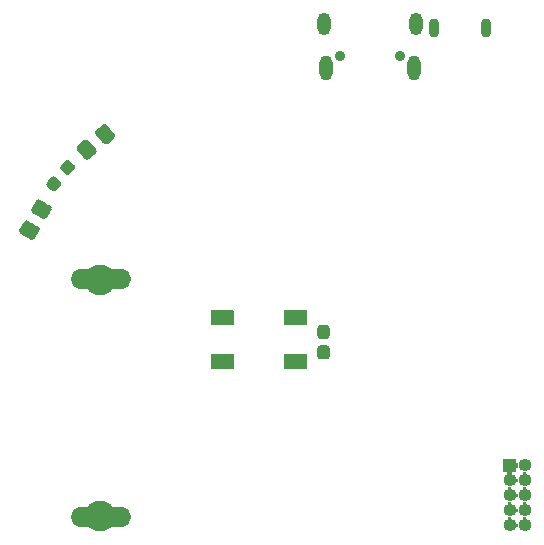
<source format=gbr>
G04 #@! TF.GenerationSoftware,KiCad,Pcbnew,(5.1.10-1-10_14)*
G04 #@! TF.CreationDate,2021-06-27T23:26:48+08:00*
G04 #@! TF.ProjectId,mops-out,6d6f7073-2d6f-4757-942e-6b696361645f,rev?*
G04 #@! TF.SameCoordinates,Original*
G04 #@! TF.FileFunction,Soldermask,Bot*
G04 #@! TF.FilePolarity,Negative*
%FSLAX46Y46*%
G04 Gerber Fmt 4.6, Leading zero omitted, Abs format (unit mm)*
G04 Created by KiCad (PCBNEW (5.1.10-1-10_14)) date 2021-06-27 23:26:48*
%MOMM*%
%LPD*%
G01*
G04 APERTURE LIST*
%ADD10O,1.102000X1.102000*%
%ADD11C,2.601995*%
%ADD12O,5.101990X1.701997*%
%ADD13C,0.902000*%
%ADD14O,1.102000X1.902000*%
%ADD15O,1.102000X2.102000*%
%ADD16O,0.864000X1.626000*%
%ADD17C,0.100000*%
G04 APERTURE END LIST*
G36*
G01*
X148663840Y-86164040D02*
X148663840Y-85164040D01*
G75*
G02*
X148714840Y-85113040I51000J0D01*
G01*
X149714840Y-85113040D01*
G75*
G02*
X149765840Y-85164040I0J-51000D01*
G01*
X149765840Y-86164040D01*
G75*
G02*
X149714840Y-86215040I-51000J0D01*
G01*
X148714840Y-86215040D01*
G75*
G02*
X148663840Y-86164040I0J51000D01*
G01*
G37*
D10*
X150484840Y-85664040D03*
X150484840Y-86934040D03*
X149214840Y-86934040D03*
X150484840Y-88204040D03*
X149214840Y-88204040D03*
X150484840Y-89474040D03*
X149214840Y-89474040D03*
X150484840Y-90744040D03*
X149214840Y-90744040D03*
D11*
X114523520Y-89933780D03*
X114523520Y-69933820D03*
D12*
X114599720Y-90055700D03*
X114599720Y-69832164D03*
D13*
X134900000Y-51000000D03*
X139900000Y-51000000D03*
D14*
X133525000Y-48250000D03*
X141275000Y-48250000D03*
D15*
X133675000Y-52050000D03*
X141125000Y-52050000D03*
G36*
G01*
X110768127Y-61247448D02*
X111171067Y-61585554D01*
G75*
G02*
X111203484Y-61956077I-169053J-201470D01*
G01*
X110849308Y-62378167D01*
G75*
G02*
X110478785Y-62410584I-201470J169053D01*
G01*
X110075845Y-62072478D01*
G75*
G02*
X110043428Y-61701955I169053J201470D01*
G01*
X110397604Y-61279865D01*
G75*
G02*
X110768127Y-61247448I201470J-169053D01*
G01*
G37*
G36*
G01*
X111941215Y-59849416D02*
X112344155Y-60187522D01*
G75*
G02*
X112376572Y-60558045I-169053J-201470D01*
G01*
X112022396Y-60980135D01*
G75*
G02*
X111651873Y-61012552I-201470J169053D01*
G01*
X111248933Y-60674446D01*
G75*
G02*
X111216516Y-60303923I169053J201470D01*
G01*
X111570692Y-59881833D01*
G75*
G02*
X111941215Y-59849416I201470J-169053D01*
G01*
G37*
G36*
G01*
X113567706Y-58154864D02*
X114183276Y-58888471D01*
G75*
G02*
X114149729Y-59271916I-208496J-174949D01*
G01*
X113607633Y-59726789D01*
G75*
G02*
X113224188Y-59693242I-174949J208496D01*
G01*
X112608618Y-58959635D01*
G75*
G02*
X112642165Y-58576190I208496J174949D01*
G01*
X113184261Y-58121317D01*
G75*
G02*
X113567706Y-58154864I174949J-208496D01*
G01*
G37*
G36*
G01*
X115138098Y-56837150D02*
X115753668Y-57570757D01*
G75*
G02*
X115720121Y-57954202I-208496J-174949D01*
G01*
X115178025Y-58409075D01*
G75*
G02*
X114794580Y-58375528I-174949J208496D01*
G01*
X114179010Y-57641921D01*
G75*
G02*
X114212557Y-57258476I208496J174949D01*
G01*
X114754653Y-56803603D01*
G75*
G02*
X115138098Y-56837150I174949J-208496D01*
G01*
G37*
G36*
G01*
X130149072Y-73749939D02*
X130149072Y-72550043D01*
G75*
G02*
X130200072Y-72499043I51000J0D01*
G01*
X132000068Y-72499043D01*
G75*
G02*
X132051068Y-72550043I0J-51000D01*
G01*
X132051068Y-73749939D01*
G75*
G02*
X132000068Y-73800939I-51000J0D01*
G01*
X130200072Y-73800939D01*
G75*
G02*
X130149072Y-73749939I0J51000D01*
G01*
G37*
G36*
G01*
X130149072Y-77449957D02*
X130149072Y-76250061D01*
G75*
G02*
X130200072Y-76199061I51000J0D01*
G01*
X132000068Y-76199061D01*
G75*
G02*
X132051068Y-76250061I0J-51000D01*
G01*
X132051068Y-77449957D01*
G75*
G02*
X132000068Y-77500957I-51000J0D01*
G01*
X130200072Y-77500957D01*
G75*
G02*
X130149072Y-77449957I0J51000D01*
G01*
G37*
G36*
G01*
X123948932Y-73749939D02*
X123948932Y-72550043D01*
G75*
G02*
X123999932Y-72499043I51000J0D01*
G01*
X125799928Y-72499043D01*
G75*
G02*
X125850928Y-72550043I0J-51000D01*
G01*
X125850928Y-73749939D01*
G75*
G02*
X125799928Y-73800939I-51000J0D01*
G01*
X123999932Y-73800939D01*
G75*
G02*
X123948932Y-73749939I0J51000D01*
G01*
G37*
G36*
G01*
X123948932Y-77449957D02*
X123948932Y-76250061D01*
G75*
G02*
X123999932Y-76199061I51000J0D01*
G01*
X125799928Y-76199061D01*
G75*
G02*
X125850928Y-76250061I0J-51000D01*
G01*
X125850928Y-77449957D01*
G75*
G02*
X125799928Y-77500957I-51000J0D01*
G01*
X123999932Y-77500957D01*
G75*
G02*
X123948932Y-77449957I0J51000D01*
G01*
G37*
G36*
G01*
X109674177Y-64753870D02*
X108844823Y-64275042D01*
G75*
G02*
X108745201Y-63903248I136086J235708D01*
G01*
X109099029Y-63290400D01*
G75*
G02*
X109470823Y-63190778I235708J-136086D01*
G01*
X110300177Y-63669606D01*
G75*
G02*
X110399799Y-64041400I-136086J-235708D01*
G01*
X110045971Y-64654248D01*
G75*
G02*
X109674177Y-64753870I-235708J136086D01*
G01*
G37*
G36*
G01*
X108649177Y-66529222D02*
X107819823Y-66050394D01*
G75*
G02*
X107720201Y-65678600I136086J235708D01*
G01*
X108074029Y-65065752D01*
G75*
G02*
X108445823Y-64966130I235708J-136086D01*
G01*
X109275177Y-65444958D01*
G75*
G02*
X109374799Y-65816752I-136086J-235708D01*
G01*
X109020971Y-66429600D01*
G75*
G02*
X108649177Y-66529222I-235708J136086D01*
G01*
G37*
G36*
G01*
X133196220Y-75498640D02*
X133722220Y-75498640D01*
G75*
G02*
X133985220Y-75761640I0J-263000D01*
G01*
X133985220Y-76412640D01*
G75*
G02*
X133722220Y-76675640I-263000J0D01*
G01*
X133196220Y-76675640D01*
G75*
G02*
X132933220Y-76412640I0J263000D01*
G01*
X132933220Y-75761640D01*
G75*
G02*
X133196220Y-75498640I263000J0D01*
G01*
G37*
G36*
G01*
X133196220Y-73773640D02*
X133722220Y-73773640D01*
G75*
G02*
X133985220Y-74036640I0J-263000D01*
G01*
X133985220Y-74687640D01*
G75*
G02*
X133722220Y-74950640I-263000J0D01*
G01*
X133196220Y-74950640D01*
G75*
G02*
X132933220Y-74687640I0J263000D01*
G01*
X132933220Y-74036640D01*
G75*
G02*
X133196220Y-73773640I263000J0D01*
G01*
G37*
D16*
X142800106Y-48600000D03*
X147199894Y-48600000D03*
D17*
G36*
X149964127Y-90571296D02*
G01*
X149964277Y-90573117D01*
X149959490Y-90584675D01*
X149938493Y-90690232D01*
X149938493Y-90797848D01*
X149959490Y-90903405D01*
X149964277Y-90914963D01*
X149964016Y-90916946D01*
X149962168Y-90917711D01*
X149960665Y-90916671D01*
X149952102Y-90900649D01*
X149936807Y-90882012D01*
X149918170Y-90866717D01*
X149896906Y-90855352D01*
X149873831Y-90848352D01*
X149849840Y-90845989D01*
X149825849Y-90848352D01*
X149802774Y-90855352D01*
X149781510Y-90866717D01*
X149762873Y-90882012D01*
X149747578Y-90900649D01*
X149739015Y-90916671D01*
X149737316Y-90917727D01*
X149735553Y-90916784D01*
X149735403Y-90914963D01*
X149740190Y-90903405D01*
X149761187Y-90797848D01*
X149761187Y-90690232D01*
X149740190Y-90584675D01*
X149735403Y-90573117D01*
X149735664Y-90571134D01*
X149737512Y-90570369D01*
X149739015Y-90571409D01*
X149747578Y-90587431D01*
X149762873Y-90606068D01*
X149781510Y-90621363D01*
X149802774Y-90632728D01*
X149825849Y-90639728D01*
X149849840Y-90642091D01*
X149873831Y-90639728D01*
X149896906Y-90632728D01*
X149918170Y-90621363D01*
X149936807Y-90606068D01*
X149952102Y-90587431D01*
X149960665Y-90571409D01*
X149962364Y-90570353D01*
X149964127Y-90571296D01*
G37*
G36*
X150657746Y-89994864D02*
G01*
X150658511Y-89996712D01*
X150657471Y-89998215D01*
X150641449Y-90006778D01*
X150622812Y-90022073D01*
X150607517Y-90040710D01*
X150596152Y-90061974D01*
X150589152Y-90085049D01*
X150586789Y-90109040D01*
X150589152Y-90133031D01*
X150596152Y-90156106D01*
X150607517Y-90177370D01*
X150622812Y-90196007D01*
X150641449Y-90211302D01*
X150657471Y-90219865D01*
X150658527Y-90221564D01*
X150657584Y-90223327D01*
X150655763Y-90223477D01*
X150644205Y-90218690D01*
X150538648Y-90197693D01*
X150431032Y-90197693D01*
X150325475Y-90218690D01*
X150313917Y-90223477D01*
X150311934Y-90223216D01*
X150311169Y-90221368D01*
X150312209Y-90219865D01*
X150328231Y-90211302D01*
X150346868Y-90196007D01*
X150362163Y-90177370D01*
X150373528Y-90156106D01*
X150380528Y-90133031D01*
X150382891Y-90109040D01*
X150380528Y-90085049D01*
X150373528Y-90061974D01*
X150362163Y-90040710D01*
X150346868Y-90022073D01*
X150328231Y-90006778D01*
X150312209Y-89998215D01*
X150311153Y-89996516D01*
X150312096Y-89994753D01*
X150313917Y-89994603D01*
X150325475Y-89999390D01*
X150431032Y-90020387D01*
X150538648Y-90020387D01*
X150644205Y-89999390D01*
X150655763Y-89994603D01*
X150657746Y-89994864D01*
G37*
G36*
X149387746Y-89994864D02*
G01*
X149388511Y-89996712D01*
X149387471Y-89998215D01*
X149371449Y-90006778D01*
X149352812Y-90022073D01*
X149337517Y-90040710D01*
X149326152Y-90061974D01*
X149319152Y-90085049D01*
X149316789Y-90109040D01*
X149319152Y-90133031D01*
X149326152Y-90156106D01*
X149337517Y-90177370D01*
X149352812Y-90196007D01*
X149371449Y-90211302D01*
X149387471Y-90219865D01*
X149388527Y-90221564D01*
X149387584Y-90223327D01*
X149385763Y-90223477D01*
X149374205Y-90218690D01*
X149268648Y-90197693D01*
X149161032Y-90197693D01*
X149055475Y-90218690D01*
X149043917Y-90223477D01*
X149041934Y-90223216D01*
X149041169Y-90221368D01*
X149042209Y-90219865D01*
X149058231Y-90211302D01*
X149076868Y-90196007D01*
X149092163Y-90177370D01*
X149103528Y-90156106D01*
X149110528Y-90133031D01*
X149112891Y-90109040D01*
X149110528Y-90085049D01*
X149103528Y-90061974D01*
X149092163Y-90040710D01*
X149076868Y-90022073D01*
X149058231Y-90006778D01*
X149042209Y-89998215D01*
X149041153Y-89996516D01*
X149042096Y-89994753D01*
X149043917Y-89994603D01*
X149055475Y-89999390D01*
X149161032Y-90020387D01*
X149268648Y-90020387D01*
X149374205Y-89999390D01*
X149385763Y-89994603D01*
X149387746Y-89994864D01*
G37*
G36*
X149964127Y-89301296D02*
G01*
X149964277Y-89303117D01*
X149959490Y-89314675D01*
X149938493Y-89420232D01*
X149938493Y-89527848D01*
X149959490Y-89633405D01*
X149964277Y-89644963D01*
X149964016Y-89646946D01*
X149962168Y-89647711D01*
X149960665Y-89646671D01*
X149952102Y-89630649D01*
X149936807Y-89612012D01*
X149918170Y-89596717D01*
X149896906Y-89585352D01*
X149873831Y-89578352D01*
X149849840Y-89575989D01*
X149825849Y-89578352D01*
X149802774Y-89585352D01*
X149781510Y-89596717D01*
X149762873Y-89612012D01*
X149747578Y-89630649D01*
X149739015Y-89646671D01*
X149737316Y-89647727D01*
X149735553Y-89646784D01*
X149735403Y-89644963D01*
X149740190Y-89633405D01*
X149761187Y-89527848D01*
X149761187Y-89420232D01*
X149740190Y-89314675D01*
X149735403Y-89303117D01*
X149735664Y-89301134D01*
X149737512Y-89300369D01*
X149739015Y-89301409D01*
X149747578Y-89317431D01*
X149762873Y-89336068D01*
X149781510Y-89351363D01*
X149802774Y-89362728D01*
X149825849Y-89369728D01*
X149849840Y-89372091D01*
X149873831Y-89369728D01*
X149896906Y-89362728D01*
X149918170Y-89351363D01*
X149936807Y-89336068D01*
X149952102Y-89317431D01*
X149960665Y-89301409D01*
X149962364Y-89300353D01*
X149964127Y-89301296D01*
G37*
G36*
X150657746Y-88724864D02*
G01*
X150658511Y-88726712D01*
X150657471Y-88728215D01*
X150641449Y-88736778D01*
X150622812Y-88752073D01*
X150607517Y-88770710D01*
X150596152Y-88791974D01*
X150589152Y-88815049D01*
X150586789Y-88839040D01*
X150589152Y-88863031D01*
X150596152Y-88886106D01*
X150607517Y-88907370D01*
X150622812Y-88926007D01*
X150641449Y-88941302D01*
X150657471Y-88949865D01*
X150658527Y-88951564D01*
X150657584Y-88953327D01*
X150655763Y-88953477D01*
X150644205Y-88948690D01*
X150538648Y-88927693D01*
X150431032Y-88927693D01*
X150325475Y-88948690D01*
X150313917Y-88953477D01*
X150311934Y-88953216D01*
X150311169Y-88951368D01*
X150312209Y-88949865D01*
X150328231Y-88941302D01*
X150346868Y-88926007D01*
X150362163Y-88907370D01*
X150373528Y-88886106D01*
X150380528Y-88863031D01*
X150382891Y-88839040D01*
X150380528Y-88815049D01*
X150373528Y-88791974D01*
X150362163Y-88770710D01*
X150346868Y-88752073D01*
X150328231Y-88736778D01*
X150312209Y-88728215D01*
X150311153Y-88726516D01*
X150312096Y-88724753D01*
X150313917Y-88724603D01*
X150325475Y-88729390D01*
X150431032Y-88750387D01*
X150538648Y-88750387D01*
X150644205Y-88729390D01*
X150655763Y-88724603D01*
X150657746Y-88724864D01*
G37*
G36*
X149387746Y-88724864D02*
G01*
X149388511Y-88726712D01*
X149387471Y-88728215D01*
X149371449Y-88736778D01*
X149352812Y-88752073D01*
X149337517Y-88770710D01*
X149326152Y-88791974D01*
X149319152Y-88815049D01*
X149316789Y-88839040D01*
X149319152Y-88863031D01*
X149326152Y-88886106D01*
X149337517Y-88907370D01*
X149352812Y-88926007D01*
X149371449Y-88941302D01*
X149387471Y-88949865D01*
X149388527Y-88951564D01*
X149387584Y-88953327D01*
X149385763Y-88953477D01*
X149374205Y-88948690D01*
X149268648Y-88927693D01*
X149161032Y-88927693D01*
X149055475Y-88948690D01*
X149043917Y-88953477D01*
X149041934Y-88953216D01*
X149041169Y-88951368D01*
X149042209Y-88949865D01*
X149058231Y-88941302D01*
X149076868Y-88926007D01*
X149092163Y-88907370D01*
X149103528Y-88886106D01*
X149110528Y-88863031D01*
X149112891Y-88839040D01*
X149110528Y-88815049D01*
X149103528Y-88791974D01*
X149092163Y-88770710D01*
X149076868Y-88752073D01*
X149058231Y-88736778D01*
X149042209Y-88728215D01*
X149041153Y-88726516D01*
X149042096Y-88724753D01*
X149043917Y-88724603D01*
X149055475Y-88729390D01*
X149161032Y-88750387D01*
X149268648Y-88750387D01*
X149374205Y-88729390D01*
X149385763Y-88724603D01*
X149387746Y-88724864D01*
G37*
G36*
X149964127Y-88031296D02*
G01*
X149964277Y-88033117D01*
X149959490Y-88044675D01*
X149938493Y-88150232D01*
X149938493Y-88257848D01*
X149959490Y-88363405D01*
X149964277Y-88374963D01*
X149964016Y-88376946D01*
X149962168Y-88377711D01*
X149960665Y-88376671D01*
X149952102Y-88360649D01*
X149936807Y-88342012D01*
X149918170Y-88326717D01*
X149896906Y-88315352D01*
X149873831Y-88308352D01*
X149849840Y-88305989D01*
X149825849Y-88308352D01*
X149802774Y-88315352D01*
X149781510Y-88326717D01*
X149762873Y-88342012D01*
X149747578Y-88360649D01*
X149739015Y-88376671D01*
X149737316Y-88377727D01*
X149735553Y-88376784D01*
X149735403Y-88374963D01*
X149740190Y-88363405D01*
X149761187Y-88257848D01*
X149761187Y-88150232D01*
X149740190Y-88044675D01*
X149735403Y-88033117D01*
X149735664Y-88031134D01*
X149737512Y-88030369D01*
X149739015Y-88031409D01*
X149747578Y-88047431D01*
X149762873Y-88066068D01*
X149781510Y-88081363D01*
X149802774Y-88092728D01*
X149825849Y-88099728D01*
X149849840Y-88102091D01*
X149873831Y-88099728D01*
X149896906Y-88092728D01*
X149918170Y-88081363D01*
X149936807Y-88066068D01*
X149952102Y-88047431D01*
X149960665Y-88031409D01*
X149962364Y-88030353D01*
X149964127Y-88031296D01*
G37*
G36*
X150657746Y-87454864D02*
G01*
X150658511Y-87456712D01*
X150657471Y-87458215D01*
X150641449Y-87466778D01*
X150622812Y-87482073D01*
X150607517Y-87500710D01*
X150596152Y-87521974D01*
X150589152Y-87545049D01*
X150586789Y-87569040D01*
X150589152Y-87593031D01*
X150596152Y-87616106D01*
X150607517Y-87637370D01*
X150622812Y-87656007D01*
X150641449Y-87671302D01*
X150657471Y-87679865D01*
X150658527Y-87681564D01*
X150657584Y-87683327D01*
X150655763Y-87683477D01*
X150644205Y-87678690D01*
X150538648Y-87657693D01*
X150431032Y-87657693D01*
X150325475Y-87678690D01*
X150313917Y-87683477D01*
X150311934Y-87683216D01*
X150311169Y-87681368D01*
X150312209Y-87679865D01*
X150328231Y-87671302D01*
X150346868Y-87656007D01*
X150362163Y-87637370D01*
X150373528Y-87616106D01*
X150380528Y-87593031D01*
X150382891Y-87569040D01*
X150380528Y-87545049D01*
X150373528Y-87521974D01*
X150362163Y-87500710D01*
X150346868Y-87482073D01*
X150328231Y-87466778D01*
X150312209Y-87458215D01*
X150311153Y-87456516D01*
X150312096Y-87454753D01*
X150313917Y-87454603D01*
X150325475Y-87459390D01*
X150431032Y-87480387D01*
X150538648Y-87480387D01*
X150644205Y-87459390D01*
X150655763Y-87454603D01*
X150657746Y-87454864D01*
G37*
G36*
X149387746Y-87454864D02*
G01*
X149388511Y-87456712D01*
X149387471Y-87458215D01*
X149371449Y-87466778D01*
X149352812Y-87482073D01*
X149337517Y-87500710D01*
X149326152Y-87521974D01*
X149319152Y-87545049D01*
X149316789Y-87569040D01*
X149319152Y-87593031D01*
X149326152Y-87616106D01*
X149337517Y-87637370D01*
X149352812Y-87656007D01*
X149371449Y-87671302D01*
X149387471Y-87679865D01*
X149388527Y-87681564D01*
X149387584Y-87683327D01*
X149385763Y-87683477D01*
X149374205Y-87678690D01*
X149268648Y-87657693D01*
X149161032Y-87657693D01*
X149055475Y-87678690D01*
X149043917Y-87683477D01*
X149041934Y-87683216D01*
X149041169Y-87681368D01*
X149042209Y-87679865D01*
X149058231Y-87671302D01*
X149076868Y-87656007D01*
X149092163Y-87637370D01*
X149103528Y-87616106D01*
X149110528Y-87593031D01*
X149112891Y-87569040D01*
X149110528Y-87545049D01*
X149103528Y-87521974D01*
X149092163Y-87500710D01*
X149076868Y-87482073D01*
X149058231Y-87466778D01*
X149042209Y-87458215D01*
X149041153Y-87456516D01*
X149042096Y-87454753D01*
X149043917Y-87454603D01*
X149055475Y-87459390D01*
X149161032Y-87480387D01*
X149268648Y-87480387D01*
X149374205Y-87459390D01*
X149385763Y-87454603D01*
X149387746Y-87454864D01*
G37*
G36*
X149964127Y-86761296D02*
G01*
X149964277Y-86763117D01*
X149959490Y-86774675D01*
X149938493Y-86880232D01*
X149938493Y-86987848D01*
X149959490Y-87093405D01*
X149964277Y-87104963D01*
X149964016Y-87106946D01*
X149962168Y-87107711D01*
X149960665Y-87106671D01*
X149952102Y-87090649D01*
X149936807Y-87072012D01*
X149918170Y-87056717D01*
X149896906Y-87045352D01*
X149873831Y-87038352D01*
X149849840Y-87035989D01*
X149825849Y-87038352D01*
X149802774Y-87045352D01*
X149781510Y-87056717D01*
X149762873Y-87072012D01*
X149747578Y-87090649D01*
X149739015Y-87106671D01*
X149737316Y-87107727D01*
X149735553Y-87106784D01*
X149735403Y-87104963D01*
X149740190Y-87093405D01*
X149761187Y-86987848D01*
X149761187Y-86880232D01*
X149740190Y-86774675D01*
X149735403Y-86763117D01*
X149735664Y-86761134D01*
X149737512Y-86760369D01*
X149739015Y-86761409D01*
X149747578Y-86777431D01*
X149762873Y-86796068D01*
X149781510Y-86811363D01*
X149802774Y-86822728D01*
X149825849Y-86829728D01*
X149849840Y-86832091D01*
X149873831Y-86829728D01*
X149896906Y-86822728D01*
X149918170Y-86811363D01*
X149936807Y-86796068D01*
X149952102Y-86777431D01*
X149960665Y-86761409D01*
X149962364Y-86760353D01*
X149964127Y-86761296D01*
G37*
G36*
X149538494Y-86214040D02*
G01*
X149538494Y-86216040D01*
X149536958Y-86217030D01*
X149512771Y-86219412D01*
X149489696Y-86226412D01*
X149468432Y-86237777D01*
X149449795Y-86253072D01*
X149434500Y-86271709D01*
X149423135Y-86292973D01*
X149416135Y-86316048D01*
X149413772Y-86340038D01*
X149416135Y-86364030D01*
X149423135Y-86387105D01*
X149434500Y-86408369D01*
X149449795Y-86427006D01*
X149468510Y-86442364D01*
X149472838Y-86445256D01*
X149473723Y-86447050D01*
X149472612Y-86448713D01*
X149470962Y-86448767D01*
X149374205Y-86408690D01*
X149268648Y-86387693D01*
X149161032Y-86387693D01*
X149055475Y-86408690D01*
X148958718Y-86448767D01*
X148956735Y-86448506D01*
X148955970Y-86446658D01*
X148956842Y-86445256D01*
X148961170Y-86442364D01*
X148979885Y-86427005D01*
X148995180Y-86408368D01*
X149006545Y-86387105D01*
X149013545Y-86364030D01*
X149015908Y-86340038D01*
X149013545Y-86316047D01*
X149006545Y-86292972D01*
X148995180Y-86271709D01*
X148979884Y-86253072D01*
X148961247Y-86237777D01*
X148939984Y-86226412D01*
X148916909Y-86219412D01*
X148892722Y-86217030D01*
X148891096Y-86215865D01*
X148891292Y-86213875D01*
X148892918Y-86213040D01*
X149536762Y-86213040D01*
X149538494Y-86214040D01*
G37*
G36*
X150657746Y-86184864D02*
G01*
X150658511Y-86186712D01*
X150657471Y-86188215D01*
X150641449Y-86196778D01*
X150622812Y-86212073D01*
X150607517Y-86230710D01*
X150596152Y-86251974D01*
X150589152Y-86275049D01*
X150586789Y-86299040D01*
X150589152Y-86323031D01*
X150596152Y-86346106D01*
X150607517Y-86367370D01*
X150622812Y-86386007D01*
X150641449Y-86401302D01*
X150657471Y-86409865D01*
X150658527Y-86411564D01*
X150657584Y-86413327D01*
X150655763Y-86413477D01*
X150644205Y-86408690D01*
X150538648Y-86387693D01*
X150431032Y-86387693D01*
X150325475Y-86408690D01*
X150313917Y-86413477D01*
X150311934Y-86413216D01*
X150311169Y-86411368D01*
X150312209Y-86409865D01*
X150328231Y-86401302D01*
X150346868Y-86386007D01*
X150362163Y-86367370D01*
X150373528Y-86346106D01*
X150380528Y-86323031D01*
X150382891Y-86299040D01*
X150380528Y-86275049D01*
X150373528Y-86251974D01*
X150362163Y-86230710D01*
X150346868Y-86212073D01*
X150328231Y-86196778D01*
X150312209Y-86188215D01*
X150311153Y-86186516D01*
X150312096Y-86184753D01*
X150313917Y-86184603D01*
X150325475Y-86189390D01*
X150431032Y-86210387D01*
X150538648Y-86210387D01*
X150644205Y-86189390D01*
X150655763Y-86184603D01*
X150657746Y-86184864D01*
G37*
G36*
X149767830Y-85341922D02*
G01*
X149770212Y-85366109D01*
X149777212Y-85389184D01*
X149788577Y-85410448D01*
X149803872Y-85429085D01*
X149822509Y-85444380D01*
X149843773Y-85455745D01*
X149866848Y-85462745D01*
X149890839Y-85465108D01*
X149914830Y-85462745D01*
X149937905Y-85455745D01*
X149959169Y-85444380D01*
X149977806Y-85429085D01*
X149993164Y-85410370D01*
X149996056Y-85406042D01*
X149997850Y-85405157D01*
X149999513Y-85406268D01*
X149999567Y-85407918D01*
X149959490Y-85504675D01*
X149938493Y-85610232D01*
X149938493Y-85717848D01*
X149959490Y-85823405D01*
X149999567Y-85920162D01*
X149999306Y-85922145D01*
X149997458Y-85922910D01*
X149996056Y-85922038D01*
X149993164Y-85917710D01*
X149977805Y-85898995D01*
X149959168Y-85883700D01*
X149937905Y-85872335D01*
X149914830Y-85865335D01*
X149890838Y-85862972D01*
X149866847Y-85865335D01*
X149843772Y-85872335D01*
X149822509Y-85883700D01*
X149803872Y-85898996D01*
X149788577Y-85917633D01*
X149777212Y-85938896D01*
X149770212Y-85961971D01*
X149767830Y-85986158D01*
X149766665Y-85987784D01*
X149764675Y-85987588D01*
X149763840Y-85985962D01*
X149763840Y-85342118D01*
X149764840Y-85340386D01*
X149766840Y-85340386D01*
X149767830Y-85341922D01*
G37*
G36*
X109259581Y-66018316D02*
G01*
X109259581Y-66020316D01*
X108990451Y-66486464D01*
X108990345Y-66486629D01*
X108963803Y-66523667D01*
X108963544Y-66523962D01*
X108934801Y-66550883D01*
X108934490Y-66551121D01*
X108901046Y-66571918D01*
X108900694Y-66572092D01*
X108863825Y-66585968D01*
X108863447Y-66586069D01*
X108824591Y-66592484D01*
X108824200Y-66592510D01*
X108784836Y-66591222D01*
X108784447Y-66591171D01*
X108746087Y-66582226D01*
X108745716Y-66582100D01*
X108704217Y-66563297D01*
X108704042Y-66563207D01*
X108648182Y-66530956D01*
X108647182Y-66529224D01*
X108648182Y-66527492D01*
X108650007Y-66527402D01*
X108698421Y-66549339D01*
X108750000Y-66561365D01*
X108802934Y-66563098D01*
X108855185Y-66554471D01*
X108904755Y-66535815D01*
X108949726Y-66507850D01*
X108988381Y-66471645D01*
X109019290Y-66428512D01*
X109256117Y-66018316D01*
X109257849Y-66017316D01*
X109259581Y-66018316D01*
G37*
G36*
X107743257Y-65640665D02*
G01*
X107743257Y-65642665D01*
X107721983Y-65679514D01*
X107700084Y-65727844D01*
X107688058Y-65779423D01*
X107686325Y-65832357D01*
X107694952Y-65884608D01*
X107713608Y-65934178D01*
X107741573Y-65979149D01*
X107777777Y-66017804D01*
X107820911Y-66048713D01*
X108235500Y-66288076D01*
X108236500Y-66289808D01*
X108235500Y-66291540D01*
X108233500Y-66291540D01*
X107762958Y-66019873D01*
X107762793Y-66019767D01*
X107725757Y-65993227D01*
X107725462Y-65992968D01*
X107698539Y-65964223D01*
X107698301Y-65963912D01*
X107677504Y-65930468D01*
X107677330Y-65930116D01*
X107663454Y-65893247D01*
X107663353Y-65892869D01*
X107656938Y-65854013D01*
X107656912Y-65853622D01*
X107658200Y-65814258D01*
X107658251Y-65813869D01*
X107667196Y-65775508D01*
X107667322Y-65775137D01*
X107686123Y-65733643D01*
X107686213Y-65733468D01*
X107739793Y-65640665D01*
X107741525Y-65639665D01*
X107743257Y-65640665D01*
G37*
G36*
X109332042Y-65475479D02*
G01*
X109332207Y-65475585D01*
X109369243Y-65502125D01*
X109369538Y-65502384D01*
X109396461Y-65531129D01*
X109396699Y-65531440D01*
X109417496Y-65564884D01*
X109417670Y-65565236D01*
X109431546Y-65602105D01*
X109431647Y-65602483D01*
X109438062Y-65641339D01*
X109438088Y-65641730D01*
X109436800Y-65681094D01*
X109436749Y-65681483D01*
X109427804Y-65719844D01*
X109427678Y-65720215D01*
X109408877Y-65761709D01*
X109408787Y-65761884D01*
X109355207Y-65854687D01*
X109353475Y-65855687D01*
X109351743Y-65854687D01*
X109351743Y-65852687D01*
X109373017Y-65815838D01*
X109394916Y-65767508D01*
X109406942Y-65715929D01*
X109408675Y-65662995D01*
X109400048Y-65610744D01*
X109381392Y-65561174D01*
X109353427Y-65516203D01*
X109317223Y-65477548D01*
X109274089Y-65446639D01*
X108617373Y-65067484D01*
X108616373Y-65065752D01*
X108617373Y-65064020D01*
X108619373Y-65064020D01*
X109332042Y-65475479D01*
G37*
G36*
X108310164Y-64904130D02*
G01*
X108310553Y-64904181D01*
X108348913Y-64913126D01*
X108349284Y-64913252D01*
X108390783Y-64932055D01*
X108390958Y-64932145D01*
X108446818Y-64964396D01*
X108447818Y-64966128D01*
X108446818Y-64967860D01*
X108444993Y-64967950D01*
X108396579Y-64946013D01*
X108345000Y-64933987D01*
X108292066Y-64932254D01*
X108239815Y-64940881D01*
X108190245Y-64959537D01*
X108145274Y-64987502D01*
X108106619Y-65023707D01*
X108075710Y-65066840D01*
X107838883Y-65477036D01*
X107837151Y-65478036D01*
X107835419Y-65477036D01*
X107835419Y-65475036D01*
X108104549Y-65008888D01*
X108104655Y-65008723D01*
X108131197Y-64971685D01*
X108131456Y-64971390D01*
X108160199Y-64944469D01*
X108160510Y-64944231D01*
X108193954Y-64923434D01*
X108194306Y-64923260D01*
X108231175Y-64909384D01*
X108231553Y-64909283D01*
X108270409Y-64902868D01*
X108270800Y-64902842D01*
X108310164Y-64904130D01*
G37*
G36*
X110284581Y-64242964D02*
G01*
X110284581Y-64244964D01*
X110015451Y-64711112D01*
X110015345Y-64711277D01*
X109988803Y-64748315D01*
X109988544Y-64748610D01*
X109959801Y-64775531D01*
X109959490Y-64775769D01*
X109926046Y-64796566D01*
X109925694Y-64796740D01*
X109888825Y-64810616D01*
X109888447Y-64810717D01*
X109849591Y-64817132D01*
X109849200Y-64817158D01*
X109809836Y-64815870D01*
X109809447Y-64815819D01*
X109771087Y-64806874D01*
X109770716Y-64806748D01*
X109729217Y-64787945D01*
X109729042Y-64787855D01*
X109673182Y-64755604D01*
X109672182Y-64753872D01*
X109673182Y-64752140D01*
X109675007Y-64752050D01*
X109723421Y-64773987D01*
X109775000Y-64786013D01*
X109827934Y-64787746D01*
X109880185Y-64779119D01*
X109929755Y-64760463D01*
X109974726Y-64732498D01*
X110013381Y-64696293D01*
X110044290Y-64653160D01*
X110281117Y-64242964D01*
X110282849Y-64241964D01*
X110284581Y-64242964D01*
G37*
G36*
X108768257Y-63865313D02*
G01*
X108768257Y-63867313D01*
X108746983Y-63904162D01*
X108725084Y-63952492D01*
X108713058Y-64004071D01*
X108711325Y-64057005D01*
X108719952Y-64109256D01*
X108738608Y-64158826D01*
X108766573Y-64203797D01*
X108802777Y-64242452D01*
X108845911Y-64273361D01*
X109260500Y-64512724D01*
X109261500Y-64514456D01*
X109260500Y-64516188D01*
X109258500Y-64516188D01*
X108787958Y-64244521D01*
X108787793Y-64244415D01*
X108750757Y-64217875D01*
X108750462Y-64217616D01*
X108723539Y-64188871D01*
X108723301Y-64188560D01*
X108702504Y-64155116D01*
X108702330Y-64154764D01*
X108688454Y-64117895D01*
X108688353Y-64117517D01*
X108681938Y-64078661D01*
X108681912Y-64078270D01*
X108683200Y-64038906D01*
X108683251Y-64038517D01*
X108692196Y-64000156D01*
X108692322Y-63999785D01*
X108711123Y-63958291D01*
X108711213Y-63958116D01*
X108764793Y-63865313D01*
X108766525Y-63864313D01*
X108768257Y-63865313D01*
G37*
G36*
X110357042Y-63700127D02*
G01*
X110357207Y-63700233D01*
X110394243Y-63726773D01*
X110394538Y-63727032D01*
X110421461Y-63755777D01*
X110421699Y-63756088D01*
X110442496Y-63789532D01*
X110442670Y-63789884D01*
X110456546Y-63826753D01*
X110456647Y-63827131D01*
X110463062Y-63865987D01*
X110463088Y-63866378D01*
X110461800Y-63905742D01*
X110461749Y-63906131D01*
X110452804Y-63944492D01*
X110452678Y-63944863D01*
X110433877Y-63986357D01*
X110433787Y-63986532D01*
X110380207Y-64079335D01*
X110378475Y-64080335D01*
X110376743Y-64079335D01*
X110376743Y-64077335D01*
X110398017Y-64040486D01*
X110419916Y-63992156D01*
X110431942Y-63940577D01*
X110433675Y-63887643D01*
X110425048Y-63835392D01*
X110406392Y-63785822D01*
X110378427Y-63740851D01*
X110342223Y-63702196D01*
X110299089Y-63671287D01*
X109642373Y-63292132D01*
X109641373Y-63290400D01*
X109642373Y-63288668D01*
X109644373Y-63288668D01*
X110357042Y-63700127D01*
G37*
G36*
X109335164Y-63128778D02*
G01*
X109335553Y-63128829D01*
X109373913Y-63137774D01*
X109374284Y-63137900D01*
X109415783Y-63156703D01*
X109415958Y-63156793D01*
X109471818Y-63189044D01*
X109472818Y-63190776D01*
X109471818Y-63192508D01*
X109469993Y-63192598D01*
X109421579Y-63170661D01*
X109370000Y-63158635D01*
X109317066Y-63156902D01*
X109264815Y-63165529D01*
X109215245Y-63184185D01*
X109170274Y-63212150D01*
X109131619Y-63248355D01*
X109100710Y-63291488D01*
X108863883Y-63701684D01*
X108862151Y-63702684D01*
X108860419Y-63701684D01*
X108860419Y-63699684D01*
X109129549Y-63233536D01*
X109129655Y-63233371D01*
X109156197Y-63196333D01*
X109156456Y-63196038D01*
X109185199Y-63169117D01*
X109185510Y-63168879D01*
X109218954Y-63148082D01*
X109219306Y-63147908D01*
X109256175Y-63134032D01*
X109256553Y-63133931D01*
X109295409Y-63127516D01*
X109295800Y-63127490D01*
X109335164Y-63128778D01*
G37*
M02*

</source>
